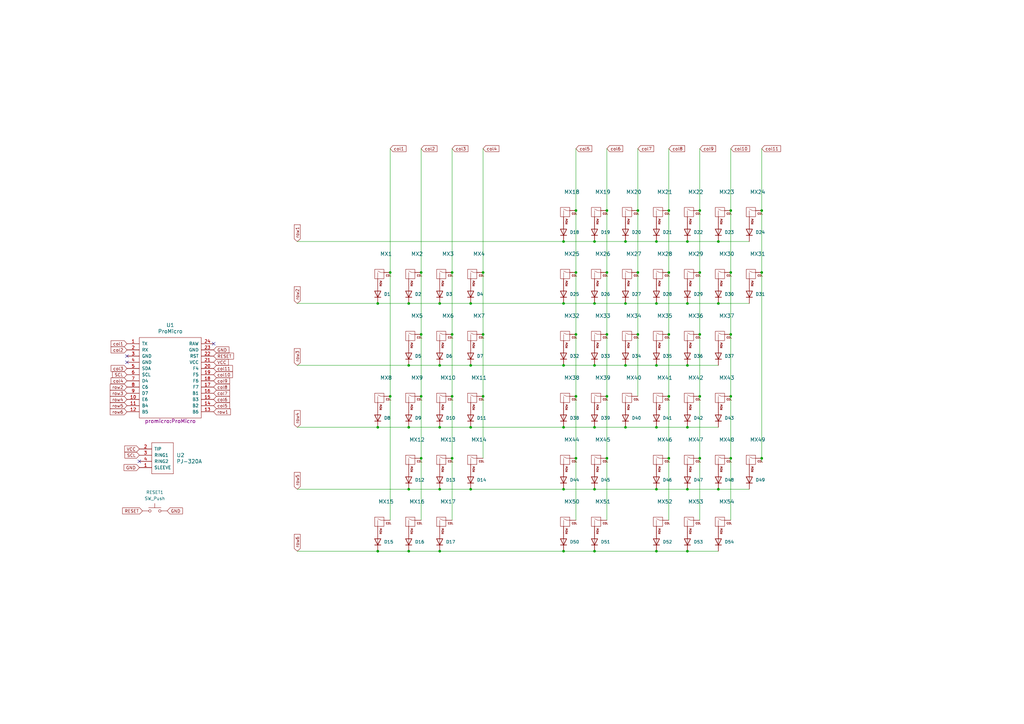
<source format=kicad_sch>
(kicad_sch (version 20230121) (generator eeschema)
  (paper "A3")
  (junction (at 261.62 137.16))
  (junction (at 294.64 124.46))
  (junction (at 269.24 226.06))
  (junction (at 243.84 200.66))
  (junction (at 299.72 162.56))
  (junction (at 236.22 187.96))
  (junction (at 198.12 137.16))
  (junction (at 281.94 175.26))
  (junction (at 231.14 226.06))
  (junction (at 269.24 149.86))
  (junction (at 281.94 200.66))
  (junction (at 248.92 137.16))
  (junction (at 274.32 111.76))
  (junction (at 236.22 162.56))
  (junction (at 180.34 149.86))
  (junction (at 243.84 99.06))
  (junction (at 281.94 149.86))
  (junction (at 172.72 162.56))
  (junction (at 231.14 149.86))
  (junction (at 261.62 86.36))
  (junction (at 180.34 175.26))
  (junction (at 248.92 187.96))
  (junction (at 198.12 111.76))
  (junction (at 274.32 137.16))
  (junction (at 287.02 162.56))
  (junction (at 236.22 111.76))
  (junction (at 299.72 111.76))
  (junction (at 236.22 86.36))
  (junction (at 167.64 226.06))
  (junction (at 269.24 175.26))
  (junction (at 243.84 226.06))
  (junction (at 185.42 111.76))
  (junction (at 287.02 86.36))
  (junction (at 243.84 124.46))
  (junction (at 172.72 187.96))
  (junction (at 299.72 137.16))
  (junction (at 160.02 162.56))
  (junction (at 287.02 111.76))
  (junction (at 287.02 137.16))
  (junction (at 231.14 200.66))
  (junction (at 193.04 149.86))
  (junction (at 160.02 111.76))
  (junction (at 231.14 99.06))
  (junction (at 269.24 200.66))
  (junction (at 172.72 111.76))
  (junction (at 274.32 162.56))
  (junction (at 261.62 111.76))
  (junction (at 287.02 187.96))
  (junction (at 236.22 137.16))
  (junction (at 256.54 99.06))
  (junction (at 198.12 162.56))
  (junction (at 256.54 124.46))
  (junction (at 243.84 149.86))
  (junction (at 312.42 86.36))
  (junction (at 180.34 124.46))
  (junction (at 193.04 124.46))
  (junction (at 281.94 124.46))
  (junction (at 248.92 111.76))
  (junction (at 154.94 124.46))
  (junction (at 294.64 99.06))
  (junction (at 185.42 162.56))
  (junction (at 294.64 200.66))
  (junction (at 180.34 226.06))
  (junction (at 299.72 86.36))
  (junction (at 256.54 149.86))
  (junction (at 231.14 175.26))
  (junction (at 312.42 187.96))
  (junction (at 167.64 149.86))
  (junction (at 248.92 86.36))
  (junction (at 172.72 137.16))
  (junction (at 274.32 86.36))
  (junction (at 154.94 226.06))
  (junction (at 193.04 175.26))
  (junction (at 281.94 99.06))
  (junction (at 256.54 175.26))
  (junction (at 180.34 200.66))
  (junction (at 248.92 162.56))
  (junction (at 269.24 99.06))
  (junction (at 299.72 187.96))
  (junction (at 231.14 124.46))
  (junction (at 154.94 175.26))
  (junction (at 312.42 111.76))
  (junction (at 269.24 124.46))
  (junction (at 167.64 200.66))
  (junction (at 167.64 124.46))
  (junction (at 185.42 137.16))
  (junction (at 185.42 187.96))
  (junction (at 274.32 187.96))
  (junction (at 243.84 175.26))
  (junction (at 167.64 175.26))
  (junction (at 281.94 226.06))
  (junction (at 193.04 200.66))
  (no_connect (at 87.63 140.97))
  (no_connect (at 52.07 148.59))
  (no_connect (at 52.07 146.05))
  (no_connect (at 57.15 189.23))
  (wire (pts (xy 287.02 162.56) (xy 287.02 187.96)))
  (wire (pts (xy 236.22 111.76) (xy 236.22 137.16)))
  (wire (pts (xy 256.54 175.26) (xy 269.24 175.26)))
  (wire (pts (xy 167.64 149.86) (xy 180.34 149.86)))
  (wire (pts (xy 231.14 175.26) (xy 243.84 175.26)))
  (wire (pts (xy 243.84 124.46) (xy 256.54 124.46)))
  (wire (pts (xy 193.04 200.66) (xy 231.14 200.66)))
  (wire (pts (xy 256.54 124.46) (xy 269.24 124.46)))
  (wire (pts (xy 274.32 137.16) (xy 274.32 162.56)))
  (wire (pts (xy 231.14 149.86) (xy 243.84 149.86)))
  (wire (pts (xy 274.32 111.76) (xy 274.32 137.16)))
  (wire (pts (xy 281.94 175.26) (xy 294.64 175.26)))
  (wire (pts (xy 154.94 226.06) (xy 167.64 226.06)))
  (wire (pts (xy 121.92 99.06) (xy 231.14 99.06)))
  (wire (pts (xy 236.22 86.36) (xy 236.22 111.76)))
  (wire (pts (xy 172.72 60.96) (xy 172.72 111.76)))
  (wire (pts (xy 167.64 124.46) (xy 180.34 124.46)))
  (wire (pts (xy 193.04 149.86) (xy 231.14 149.86)))
  (wire (pts (xy 287.02 86.36) (xy 287.02 111.76)))
  (wire (pts (xy 269.24 124.46) (xy 281.94 124.46)))
  (wire (pts (xy 299.72 137.16) (xy 299.72 162.56)))
  (wire (pts (xy 121.92 149.86) (xy 167.64 149.86)))
  (wire (pts (xy 180.34 200.66) (xy 193.04 200.66)))
  (wire (pts (xy 180.34 175.26) (xy 193.04 175.26)))
  (wire (pts (xy 172.72 162.56) (xy 172.72 187.96)))
  (wire (pts (xy 160.02 111.76) (xy 160.02 162.56)))
  (wire (pts (xy 180.34 124.46) (xy 193.04 124.46)))
  (wire (pts (xy 180.34 149.86) (xy 193.04 149.86)))
  (wire (pts (xy 274.32 187.96) (xy 274.32 213.36)))
  (wire (pts (xy 312.42 60.96) (xy 312.42 86.36)))
  (wire (pts (xy 261.62 86.36) (xy 261.62 111.76)))
  (wire (pts (xy 167.64 200.66) (xy 180.34 200.66)))
  (wire (pts (xy 248.92 111.76) (xy 248.92 137.16)))
  (wire (pts (xy 231.14 99.06) (xy 243.84 99.06)))
  (wire (pts (xy 121.92 200.66) (xy 167.64 200.66)))
  (wire (pts (xy 167.64 226.06) (xy 180.34 226.06)))
  (wire (pts (xy 172.72 111.76) (xy 172.72 137.16)))
  (wire (pts (xy 248.92 86.36) (xy 248.92 111.76)))
  (wire (pts (xy 243.84 226.06) (xy 269.24 226.06)))
  (wire (pts (xy 269.24 200.66) (xy 281.94 200.66)))
  (wire (pts (xy 261.62 111.76) (xy 261.62 137.16)))
  (wire (pts (xy 281.94 99.06) (xy 294.64 99.06)))
  (wire (pts (xy 299.72 60.96) (xy 299.72 86.36)))
  (wire (pts (xy 281.94 200.66) (xy 294.64 200.66)))
  (wire (pts (xy 269.24 175.26) (xy 281.94 175.26)))
  (wire (pts (xy 312.42 187.96) (xy 312.42 189.23)))
  (wire (pts (xy 231.14 200.66) (xy 243.84 200.66)))
  (wire (pts (xy 312.42 111.76) (xy 312.42 187.96)))
  (wire (pts (xy 261.62 137.16) (xy 261.62 162.56)))
  (wire (pts (xy 243.84 200.66) (xy 269.24 200.66)))
  (wire (pts (xy 180.34 226.06) (xy 231.14 226.06)))
  (wire (pts (xy 167.64 175.26) (xy 180.34 175.26)))
  (wire (pts (xy 248.92 60.96) (xy 248.92 86.36)))
  (wire (pts (xy 281.94 124.46) (xy 294.64 124.46)))
  (wire (pts (xy 248.92 137.16) (xy 248.92 162.56)))
  (wire (pts (xy 185.42 187.96) (xy 185.42 213.36)))
  (wire (pts (xy 154.94 124.46) (xy 167.64 124.46)))
  (wire (pts (xy 243.84 99.06) (xy 256.54 99.06)))
  (wire (pts (xy 193.04 124.46) (xy 231.14 124.46)))
  (wire (pts (xy 287.02 111.76) (xy 287.02 137.16)))
  (wire (pts (xy 243.84 149.86) (xy 256.54 149.86)))
  (wire (pts (xy 299.72 111.76) (xy 299.72 137.16)))
  (wire (pts (xy 281.94 149.86) (xy 294.64 149.86)))
  (wire (pts (xy 198.12 60.96) (xy 198.12 111.76)))
  (wire (pts (xy 236.22 162.56) (xy 236.22 187.96)))
  (wire (pts (xy 269.24 99.06) (xy 281.94 99.06)))
  (wire (pts (xy 198.12 111.76) (xy 198.12 137.16)))
  (wire (pts (xy 248.92 162.56) (xy 248.92 187.96)))
  (wire (pts (xy 193.04 175.26) (xy 231.14 175.26)))
  (wire (pts (xy 287.02 60.96) (xy 287.02 86.36)))
  (wire (pts (xy 294.64 200.66) (xy 307.34 200.66)))
  (wire (pts (xy 299.72 187.96) (xy 299.72 213.36)))
  (wire (pts (xy 294.64 99.06) (xy 307.34 99.06)))
  (wire (pts (xy 185.42 137.16) (xy 185.42 162.56)))
  (wire (pts (xy 294.64 124.46) (xy 307.34 124.46)))
  (wire (pts (xy 281.94 226.06) (xy 294.64 226.06)))
  (wire (pts (xy 243.84 175.26) (xy 256.54 175.26)))
  (wire (pts (xy 121.92 124.46) (xy 154.94 124.46)))
  (wire (pts (xy 160.02 162.56) (xy 160.02 213.36)))
  (wire (pts (xy 299.72 162.56) (xy 299.72 187.96)))
  (wire (pts (xy 185.42 111.76) (xy 185.42 137.16)))
  (wire (pts (xy 154.94 175.26) (xy 167.64 175.26)))
  (wire (pts (xy 231.14 124.46) (xy 243.84 124.46)))
  (wire (pts (xy 269.24 149.86) (xy 281.94 149.86)))
  (wire (pts (xy 185.42 162.56) (xy 185.42 187.96)))
  (wire (pts (xy 231.14 226.06) (xy 243.84 226.06)))
  (wire (pts (xy 198.12 137.16) (xy 198.12 162.56)))
  (wire (pts (xy 274.32 162.56) (xy 274.32 187.96)))
  (wire (pts (xy 121.92 226.06) (xy 154.94 226.06)))
  (wire (pts (xy 248.92 187.96) (xy 248.92 213.36)))
  (wire (pts (xy 299.72 86.36) (xy 299.72 111.76)))
  (wire (pts (xy 172.72 137.16) (xy 172.72 162.56)))
  (wire (pts (xy 287.02 187.96) (xy 287.02 213.36)))
  (wire (pts (xy 236.22 187.96) (xy 236.22 213.36)))
  (wire (pts (xy 198.12 162.56) (xy 198.12 187.96)))
  (wire (pts (xy 261.62 60.96) (xy 261.62 86.36)))
  (wire (pts (xy 185.42 60.96) (xy 185.42 111.76)))
  (wire (pts (xy 172.72 187.96) (xy 172.72 213.36)))
  (wire (pts (xy 256.54 99.06) (xy 269.24 99.06)))
  (wire (pts (xy 287.02 137.16) (xy 287.02 162.56)))
  (wire (pts (xy 256.54 149.86) (xy 269.24 149.86)))
  (wire (pts (xy 236.22 137.16) (xy 236.22 162.56)))
  (wire (pts (xy 274.32 86.36) (xy 274.32 111.76)))
  (wire (pts (xy 160.02 60.96) (xy 160.02 111.76)))
  (wire (pts (xy 312.42 86.36) (xy 312.42 111.76)))
  (wire (pts (xy 121.92 175.26) (xy 154.94 175.26)))
  (wire (pts (xy 236.22 60.96) (xy 236.22 86.36)))
  (wire (pts (xy 269.24 226.06) (xy 281.94 226.06)))
  (wire (pts (xy 274.32 60.96) (xy 274.32 86.36)))
  (global_label "row4" (shape input) (at 121.92 175.26 90) (property "Intersheetrefs" "${INTERSHEET_REFS}" (effects hide)))
  (global_label "col3" (shape input) (at 185.42 60.96 0) (property "Intersheetrefs" "${INTERSHEET_REFS}" (effects hide)))
  (global_label "col7" (shape input) (at 87.63 161.29 0) (property "Intersheetrefs" "${INTERSHEET_REFS}" (effects hide)))
  (global_label "GND" (shape input) (at 68.58 209.55 0) (property "Intersheetrefs" "${INTERSHEET_REFS}" (effects hide)))
  (global_label "SCL" (shape input) (at 52.07 153.67 180) (property "Intersheetrefs" "${INTERSHEET_REFS}" (effects hide)))
  (global_label "row3" (shape input) (at 52.07 161.29 180) (property "Intersheetrefs" "${INTERSHEET_REFS}" (effects hide)))
  (global_label "col5" (shape input) (at 87.63 166.37 0) (property "Intersheetrefs" "${INTERSHEET_REFS}" (effects hide)))
  (global_label "col9" (shape input) (at 287.02 60.96 0) (property "Intersheetrefs" "${INTERSHEET_REFS}" (effects hide)))
  (global_label "row3" (shape input) (at 121.92 149.86 90) (property "Intersheetrefs" "${INTERSHEET_REFS}" (effects hide)))
  (global_label "row1" (shape input) (at 87.63 168.91 0) (property "Intersheetrefs" "${INTERSHEET_REFS}" (effects hide)))
  (global_label "col7" (shape input) (at 261.62 60.96 0) (property "Intersheetrefs" "${INTERSHEET_REFS}" (effects hide)))
  (global_label "col8" (shape input) (at 274.32 60.96 0) (property "Intersheetrefs" "${INTERSHEET_REFS}" (effects hide)))
  (global_label "col10" (shape input) (at 299.72 60.96 0) (property "Intersheetrefs" "${INTERSHEET_REFS}" (effects hide)))
  (global_label "GND" (shape input) (at 87.63 143.51 0) (property "Intersheetrefs" "${INTERSHEET_REFS}" (effects hide)))
  (global_label "col8" (shape input) (at 87.63 158.75 0) (property "Intersheetrefs" "${INTERSHEET_REFS}" (effects hide)))
  (global_label "row2" (shape input) (at 121.92 124.46 90) (property "Intersheetrefs" "${INTERSHEET_REFS}" (effects hide)))
  (global_label "VCC" (shape input) (at 57.15 184.15 180) (property "Intersheetrefs" "${INTERSHEET_REFS}" (effects hide)))
  (global_label "row5" (shape input) (at 52.07 166.37 180) (property "Intersheetrefs" "${INTERSHEET_REFS}" (effects hide)))
  (global_label "row1" (shape input) (at 121.92 99.06 90) (property "Intersheetrefs" "${INTERSHEET_REFS}" (effects hide)))
  (global_label "col6" (shape input) (at 87.63 163.83 0) (property "Intersheetrefs" "${INTERSHEET_REFS}" (effects hide)))
  (global_label "col5" (shape input) (at 236.22 60.96 0) (property "Intersheetrefs" "${INTERSHEET_REFS}" (effects hide)))
  (global_label "col3" (shape input) (at 52.07 151.13 180) (property "Intersheetrefs" "${INTERSHEET_REFS}" (effects hide)))
  (global_label "GND" (shape input) (at 57.15 191.77 180) (property "Intersheetrefs" "${INTERSHEET_REFS}" (effects hide)))
  (global_label "col2" (shape input) (at 172.72 60.96 0) (property "Intersheetrefs" "${INTERSHEET_REFS}" (effects hide)))
  (global_label "RESET" (shape input) (at 87.63 146.05 0) (property "Intersheetrefs" "${INTERSHEET_REFS}" (effects hide)))
  (global_label "row2" (shape input) (at 52.07 158.75 180) (property "Intersheetrefs" "${INTERSHEET_REFS}" (effects hide)))
  (global_label "row6" (shape input) (at 52.07 168.91 180) (property "Intersheetrefs" "${INTERSHEET_REFS}" (effects hide)))
  (global_label "col6" (shape input) (at 248.92 60.96 0) (property "Intersheetrefs" "${INTERSHEET_REFS}" (effects hide)))
  (global_label "VCC" (shape input) (at 87.63 148.59 0) (property "Intersheetrefs" "${INTERSHEET_REFS}" (effects hide)))
  (global_label "col4" (shape input) (at 198.12 60.96 0) (property "Intersheetrefs" "${INTERSHEET_REFS}" (effects hide)))
  (global_label "col1" (shape input) (at 160.02 60.96 0) (property "Intersheetrefs" "${INTERSHEET_REFS}" (effects hide)))
  (global_label "RESET" (shape input) (at 58.42 209.55 180) (property "Intersheetrefs" "${INTERSHEET_REFS}" (effects hide)))
  (global_label "col4" (shape input) (at 52.07 156.21 180) (property "Intersheetrefs" "${INTERSHEET_REFS}" (effects hide)))
  (global_label "row5" (shape input) (at 121.92 200.66 90) (property "Intersheetrefs" "${INTERSHEET_REFS}" (effects hide)))
  (global_label "row4" (shape input) (at 52.07 163.83 180) (property "Intersheetrefs" "${INTERSHEET_REFS}" (effects hide)))
  (global_label "col2" (shape input) (at 52.07 143.51 180) (property "Intersheetrefs" "${INTERSHEET_REFS}" (effects hide)))
  (global_label "col9" (shape input) (at 87.63 156.21 0) (property "Intersheetrefs" "${INTERSHEET_REFS}" (effects hide)))
  (global_label "row6" (shape input) (at 121.92 226.06 90) (property "Intersheetrefs" "${INTERSHEET_REFS}" (effects hide)))
  (global_label "SCL" (shape input) (at 57.15 186.69 180) (property "Intersheetrefs" "${INTERSHEET_REFS}" (effects hide)))
  (global_label "col11" (shape input) (at 87.63 151.13 0) (property "Intersheetrefs" "${INTERSHEET_REFS}" (effects hide)))
  (global_label "col11" (shape input) (at 312.42 60.96 0) (property "Intersheetrefs" "${INTERSHEET_REFS}" (effects hide)))
  (global_label "col10" (shape input) (at 87.63 153.67 0) (property "Intersheetrefs" "${INTERSHEET_REFS}" (effects hide)))
  (global_label "col1" (shape input) (at 52.07 140.97 180) (property "Intersheetrefs" "${INTERSHEET_REFS}" (effects hide)))
  (symbol (lib_id "Diode:1N4148") (at 243.84 222.25 90) (unit 1)
    (property "Reference" "D51" (at 246.38 222.25 90) (effects (justify right)))
    (property "Value" "1N4148" (effects hide))
    (property "Footprint" "Diode_THT:D_DO-35_SOD27_P7.62mm_Horizontal" (effects hide))
    (property "Datasheet" "https://assets.nexperia.com/documents/data-sheet/1N4148_1N4448.pdf" (effects hide))
    (property "Sim.Device" "D" (effects hide))
    (property "Sim.Pins" "1=K 2=A" (effects hide))
  )
  (symbol (lib_id "Diode:1N4148") (at 294.64 146.05 90) (unit 1)
    (property "Reference" "D37" (at 297.18 146.05 90) (effects (justify right)))
    (property "Value" "1N4148" (effects hide))
    (property "Footprint" "Diode_THT:D_DO-35_SOD27_P7.62mm_Horizontal" (effects hide))
    (property "Datasheet" "https://assets.nexperia.com/documents/data-sheet/1N4148_1N4448.pdf" (effects hide))
    (property "Sim.Device" "D" (effects hide))
    (property "Sim.Pins" "1=K 2=A" (effects hide))
  )
  (symbol (lib_id "MX_Alps_Hybrid:MX-NoLED") (at 181.61 113.03 0) (unit 1)
    (property "Reference" "MX3" (at 183.7632 104.14 0) (effects (font (size 1.524 1.524))))
    (property "Value" "MX-NoLED" (effects hide))
    (property "Footprint" "MX_Only:MXOnly-1U-Hotswap" (effects hide))
  )
  (symbol (lib_id "Diode:1N4148") (at 294.64 120.65 90) (unit 1)
    (property "Reference" "D30" (at 297.18 120.65 90) (effects (justify right)))
    (property "Value" "1N4148" (effects hide))
    (property "Footprint" "Diode_THT:D_DO-35_SOD27_P7.62mm_Horizontal" (effects hide))
    (property "Datasheet" "https://assets.nexperia.com/documents/data-sheet/1N4148_1N4448.pdf" (effects hide))
    (property "Sim.Device" "D" (effects hide))
    (property "Sim.Pins" "1=K 2=A" (effects hide))
  )
  (symbol (lib_id "Diode:1N4148") (at 269.24 196.85 90) (unit 1)
    (property "Reference" "D46" (at 271.78 196.85 90) (effects (justify right)))
    (property "Value" "1N4148" (effects hide))
    (property "Footprint" "Diode_THT:D_DO-35_SOD27_P7.62mm_Horizontal" (effects hide))
    (property "Datasheet" "https://assets.nexperia.com/documents/data-sheet/1N4148_1N4448.pdf" (effects hide))
    (property "Sim.Device" "D" (effects hide))
    (property "Sim.Pins" "1=K 2=A" (effects hide))
  )
  (symbol (lib_id "MX_Alps_Hybrid:MX-NoLED") (at 295.91 214.63 0) (unit 1)
    (property "Reference" "MX54" (at 298.0632 205.74 0) (effects (font (size 1.524 1.524))))
    (property "Value" "MX-NoLED" (effects hide))
    (property "Footprint" "MX_Only:MXOnly-2.25U-Hotswap" (effects hide))
  )
  (symbol (lib_id "MX_Alps_Hybrid:MX-NoLED") (at 270.51 138.43 0) (unit 1)
    (property "Reference" "MX35" (at 272.6632 129.54 0) (effects (font (size 1.524 1.524))))
    (property "Value" "MX-NoLED" (effects hide))
    (property "Footprint" "MX_Only:MXOnly-1U-Hotswap" (effects hide))
  )
  (symbol (lib_id "MX_Alps_Hybrid:MX-NoLED") (at 232.41 113.03 0) (unit 1)
    (property "Reference" "MX25" (at 234.5632 104.14 0) (effects (font (size 1.524 1.524))))
    (property "Value" "MX-NoLED" (effects hide))
    (property "Footprint" "MX_Only:MXOnly-1U-Hotswap" (effects hide))
  )
  (symbol (lib_id "MX_Alps_Hybrid:MX-NoLED") (at 283.21 138.43 0) (unit 1)
    (property "Reference" "MX36" (at 285.3632 129.54 0) (effects (font (size 1.524 1.524))))
    (property "Value" "MX-NoLED" (effects hide))
    (property "Footprint" "MX_Only:MXOnly-1U-Hotswap" (effects hide))
  )
  (symbol (lib_id "MX_Alps_Hybrid:MX-NoLED") (at 257.81 163.83 0) (unit 1)
    (property "Reference" "MX40" (at 259.9632 154.94 0) (effects (font (size 1.524 1.524))))
    (property "Value" "MX-NoLED" (effects hide))
    (property "Footprint" "MX_Only:MXOnly-1U-Hotswap" (effects hide))
  )
  (symbol (lib_id "MX_Alps_Hybrid:MX-NoLED") (at 181.61 163.83 0) (unit 1)
    (property "Reference" "MX10" (at 183.7632 154.94 0) (effects (font (size 1.524 1.524))))
    (property "Value" "MX-NoLED" (effects hide))
    (property "Footprint" "MX_Only:MXOnly-1U-Hotswap" (effects hide))
  )
  (symbol (lib_id "Diode:1N4148") (at 294.64 95.25 90) (unit 1)
    (property "Reference" "D23" (at 297.18 95.25 90) (effects (justify right)))
    (property "Value" "1N4148" (effects hide))
    (property "Footprint" "Diode_THT:D_DO-35_SOD27_P7.62mm_Horizontal" (effects hide))
    (property "Datasheet" "https://assets.nexperia.com/documents/data-sheet/1N4148_1N4448.pdf" (effects hide))
    (property "Sim.Device" "D" (effects hide))
    (property "Sim.Pins" "1=K 2=A" (effects hide))
  )
  (symbol (lib_id "Diode:1N4148") (at 180.34 196.85 90) (unit 1)
    (property "Reference" "D13" (at 182.88 196.85 90) (effects (justify right)))
    (property "Value" "1N4148" (effects hide))
    (property "Footprint" "Diode_THT:D_DO-35_SOD27_P7.62mm_Horizontal" (effects hide))
    (property "Datasheet" "https://assets.nexperia.com/documents/data-sheet/1N4148_1N4448.pdf" (effects hide))
    (property "Sim.Device" "D" (effects hide))
    (property "Sim.Pins" "1=K 2=A" (effects hide))
  )
  (symbol (lib_id "Diode:1N4148") (at 193.04 196.85 90) (unit 1)
    (property "Reference" "D14" (at 195.58 196.85 90) (effects (justify right)))
    (property "Value" "1N4148" (effects hide))
    (property "Footprint" "Diode_THT:D_DO-35_SOD27_P7.62mm_Horizontal" (effects hide))
    (property "Datasheet" "https://assets.nexperia.com/documents/data-sheet/1N4148_1N4448.pdf" (effects hide))
    (property "Sim.Device" "D" (effects hide))
    (property "Sim.Pins" "1=K 2=A" (effects hide))
  )
  (symbol (lib_id "MX_Alps_Hybrid:MX-NoLED") (at 270.51 189.23 0) (unit 1)
    (property "Reference" "MX46" (at 272.6632 180.34 0) (effects (font (size 1.524 1.524))))
    (property "Value" "MX-NoLED" (effects hide))
    (property "Footprint" "MX_Only:MXOnly-1U-Hotswap" (effects hide))
  )
  (symbol (lib_id "Diode:1N4148") (at 167.64 146.05 90) (unit 1)
    (property "Reference" "D5" (at 170.18 146.05 90) (effects (justify right)))
    (property "Value" "1N4148" (effects hide))
    (property "Footprint" "Diode_THT:D_DO-35_SOD27_P7.62mm_Horizontal" (effects hide))
    (property "Datasheet" "https://assets.nexperia.com/documents/data-sheet/1N4148_1N4448.pdf" (effects hide))
    (property "Sim.Device" "D" (effects hide))
    (property "Sim.Pins" "1=K 2=A" (effects hide))
  )
  (symbol (lib_id "Diode:1N4148") (at 281.94 95.25 90) (unit 1)
    (property "Reference" "D22" (at 284.48 95.25 90) (effects (justify right)))
    (property "Value" "1N4148" (effects hide))
    (property "Footprint" "Diode_THT:D_DO-35_SOD27_P7.62mm_Horizontal" (effects hide))
    (property "Datasheet" "https://assets.nexperia.com/documents/data-sheet/1N4148_1N4448.pdf" (effects hide))
    (property "Sim.Device" "D" (effects hide))
    (property "Sim.Pins" "1=K 2=A" (effects hide))
  )
  (symbol (lib_id "Diode:1N4148") (at 243.84 146.05 90) (unit 1)
    (property "Reference" "D33" (at 246.38 146.05 90) (effects (justify right)))
    (property "Value" "1N4148" (effects hide))
    (property "Footprint" "Diode_THT:D_DO-35_SOD27_P7.62mm_Horizontal" (effects hide))
    (property "Datasheet" "https://assets.nexperia.com/documents/data-sheet/1N4148_1N4448.pdf" (effects hide))
    (property "Sim.Device" "D" (effects hide))
    (property "Sim.Pins" "1=K 2=A" (effects hide))
  )
  (symbol (lib_id "MX_Alps_Hybrid:MX-NoLED") (at 168.91 214.63 0) (unit 1)
    (property "Reference" "MX16" (at 171.0632 205.74 0) (effects (font (size 1.524 1.524))))
    (property "Value" "MX-NoLED" (effects hide))
    (property "Footprint" "MX_Only:MXOnly-1U-Hotswap" (effects hide))
  )
  (symbol (lib_id "MX_Alps_Hybrid:MX-NoLED") (at 232.41 189.23 0) (unit 1)
    (property "Reference" "MX44" (at 234.5632 180.34 0) (effects (font (size 1.524 1.524))))
    (property "Value" "MX-NoLED" (effects hide))
    (property "Footprint" "MX_Only:MXOnly-2.25U-Hotswap" (effects hide))
  )
  (symbol (lib_id "Diode:1N4148") (at 294.64 196.85 90) (unit 1)
    (property "Reference" "D48" (at 297.18 196.85 90) (effects (justify right)))
    (property "Value" "1N4148" (effects hide))
    (property "Footprint" "Diode_THT:D_DO-35_SOD27_P7.62mm_Horizontal" (effects hide))
    (property "Datasheet" "https://assets.nexperia.com/documents/data-sheet/1N4148_1N4448.pdf" (effects hide))
    (property "Sim.Device" "D" (effects hide))
    (property "Sim.Pins" "1=K 2=A" (effects hide))
  )
  (symbol (lib_id "MX_Alps_Hybrid:MX-NoLED") (at 257.81 113.03 0) (unit 1)
    (property "Reference" "MX27" (at 259.9632 104.14 0) (effects (font (size 1.524 1.524))))
    (property "Value" "MX-NoLED" (effects hide))
    (property "Footprint" "MX_Only:MXOnly-1U-Hotswap" (effects hide))
  )
  (symbol (lib_id "MX_Alps_Hybrid:MX-NoLED") (at 181.61 138.43 0) (unit 1)
    (property "Reference" "MX6" (at 183.7632 129.54 0) (effects (font (size 1.524 1.524))))
    (property "Value" "MX-NoLED" (effects hide))
    (property "Footprint" "MX_Only:MXOnly-1U-Hotswap" (effects hide))
  )
  (symbol (lib_id "Diode:1N4148") (at 307.34 95.25 90) (unit 1)
    (property "Reference" "D24" (at 309.88 95.25 90) (effects (justify right)))
    (property "Value" "1N4148" (effects hide))
    (property "Footprint" "Diode_THT:D_DO-35_SOD27_P7.62mm_Horizontal" (effects hide))
    (property "Datasheet" "https://assets.nexperia.com/documents/data-sheet/1N4148_1N4448.pdf" (effects hide))
    (property "Sim.Device" "D" (effects hide))
    (property "Sim.Pins" "1=K 2=A" (effects hide))
  )
  (symbol (lib_id "promicro:ProMicro") (at 69.85 160.02 0) (unit 1)
    (property "Reference" "U1" (at 69.85 133.35 0) (effects (font (size 1.524 1.524))))
    (property "Value" "ProMicro" (at 69.85 135.89 0) (effects (font (size 1.524 1.524))))
    (property "Footprint" "promicro:ProMicro" (at 69.85 172.72 0) (effects (font (size 1.524 1.524))))
  )
  (symbol (lib_id "Diode:1N4148") (at 167.64 222.25 90) (unit 1)
    (property "Reference" "D16" (at 170.18 222.25 90) (effects (justify right)))
    (property "Value" "1N4148" (effects hide))
    (property "Footprint" "Diode_THT:D_DO-35_SOD27_P7.62mm_Horizontal" (effects hide))
    (property "Datasheet" "https://assets.nexperia.com/documents/data-sheet/1N4148_1N4448.pdf" (effects hide))
    (property "Sim.Device" "D" (effects hide))
    (property "Sim.Pins" "1=K 2=A" (effects hide))
  )
  (symbol (lib_id "MX_Alps_Hybrid:MX-NoLED") (at 245.11 87.63 0) (unit 1)
    (property "Reference" "MX19" (at 247.2632 78.74 0) (effects (font (size 1.524 1.524))))
    (property "Value" "MX-NoLED" (effects hide))
    (property "Footprint" "MX_Only:MXOnly-1U-Hotswap" (effects hide))
  )
  (symbol (lib_id "MX_Alps_Hybrid:MX-NoLED") (at 257.81 87.63 0) (unit 1)
    (property "Reference" "MX20" (at 259.9632 78.74 0) (effects (font (size 1.524 1.524))))
    (property "Value" "MX-NoLED" (effects hide))
    (property "Footprint" "MX_Only:MXOnly-1U-Hotswap" (effects hide))
  )
  (symbol (lib_id "MX_Alps_Hybrid:MX-NoLED") (at 270.51 113.03 0) (unit 1)
    (property "Reference" "MX28" (at 272.6632 104.14 0) (effects (font (size 1.524 1.524))))
    (property "Value" "MX-NoLED" (effects hide))
    (property "Footprint" "MX_Only:MXOnly-1U-Hotswap" (effects hide))
  )
  (symbol (lib_id "Diode:1N4148") (at 243.84 171.45 90) (unit 1)
    (property "Reference" "D39" (at 246.38 171.45 90) (effects (justify right)))
    (property "Value" "1N4148" (effects hide))
    (property "Footprint" "Diode_THT:D_DO-35_SOD27_P7.62mm_Horizontal" (effects hide))
    (property "Datasheet" "https://assets.nexperia.com/documents/data-sheet/1N4148_1N4448.pdf" (effects hide))
    (property "Sim.Device" "D" (effects hide))
    (property "Sim.Pins" "1=K 2=A" (effects hide))
  )
  (symbol (lib_id "Diode:1N4148") (at 167.64 120.65 90) (unit 1)
    (property "Reference" "D2" (at 170.18 120.65 90) (effects (justify right)))
    (property "Value" "1N4148" (effects hide))
    (property "Footprint" "Diode_THT:D_DO-35_SOD27_P7.62mm_Horizontal" (effects hide))
    (property "Datasheet" "https://assets.nexperia.com/documents/data-sheet/1N4148_1N4448.pdf" (effects hide))
    (property "Sim.Device" "D" (effects hide))
    (property "Sim.Pins" "1=K 2=A" (effects hide))
  )
  (symbol (lib_id "Diode:1N4148") (at 294.64 171.45 90) (unit 1)
    (property "Reference" "D43" (at 297.18 171.45 90) (effects (justify right)))
    (property "Value" "1N4148" (effects hide))
    (property "Footprint" "Diode_THT:D_DO-35_SOD27_P7.62mm_Horizontal" (effects hide))
    (property "Datasheet" "https://assets.nexperia.com/documents/data-sheet/1N4148_1N4448.pdf" (effects hide))
    (property "Sim.Device" "D" (effects hide))
    (property "Sim.Pins" "1=K 2=A" (effects hide))
  )
  (symbol (lib_id "MX_Alps_Hybrid:MX-NoLED") (at 168.91 163.83 0) (unit 1)
    (property "Reference" "MX9" (at 171.0632 154.94 0) (effects (font (size 1.524 1.524))))
    (property "Value" "MX-NoLED" (effects hide))
    (property "Footprint" "MX_Only:MXOnly-1U-Hotswap" (effects hide))
  )
  (symbol (lib_id "Diode:1N4148") (at 193.04 120.65 90) (unit 1)
    (property "Reference" "D4" (at 195.58 120.65 90) (effects (justify right)))
    (property "Value" "1N4148" (effects hide))
    (property "Footprint" "Diode_THT:D_DO-35_SOD27_P7.62mm_Horizontal" (effects hide))
    (property "Datasheet" "https://assets.nexperia.com/documents/data-sheet/1N4148_1N4448.pdf" (effects hide))
    (property "Sim.Device" "D" (effects hide))
    (property "Sim.Pins" "1=K 2=A" (effects hide))
  )
  (symbol (lib_id "MX_Alps_Hybrid:MX-NoLED") (at 156.21 163.83 0) (unit 1)
    (property "Reference" "MX8" (at 158.3632 154.94 0) (effects (font (size 1.524 1.524))))
    (property "Value" "MX-NoLED" (effects hide))
    (property "Footprint" "MX_Only:MXOnly-2U-Hotswap-VerticalStabilizers" (effects hide))
  )
  (symbol (lib_id "MX_Alps_Hybrid:MX-NoLED") (at 295.91 138.43 0) (unit 1)
    (property "Reference" "MX37" (at 298.0632 129.54 0) (effects (font (size 1.524 1.524))))
    (property "Value" "MX-NoLED" (effects hide))
    (property "Footprint" "MX_Only:MXOnly-1U-Hotswap" (effects hide))
  )
  (symbol (lib_id "Diode:1N4148") (at 243.84 95.25 90) (unit 1)
    (property "Reference" "D19" (at 246.38 95.25 90) (effects (justify right)))
    (property "Value" "1N4148" (effects hide))
    (property "Footprint" "Diode_THT:D_DO-35_SOD27_P7.62mm_Horizontal" (effects hide))
    (property "Datasheet" "https://assets.nexperia.com/documents/data-sheet/1N4148_1N4448.pdf" (effects hide))
    (property "Sim.Device" "D" (effects hide))
    (property "Sim.Pins" "1=K 2=A" (effects hide))
  )
  (symbol (lib_id "TRRS-PJ-320A:PJ-320A") (at 66.04 194.31 0) (unit 1)
    (property "Reference" "U2" (at 72.39 186.69 0) (effects (font (size 1.524 1.524)) (justify left)))
    (property "Value" "PJ-320A" (at 72.39 189.23 0) (effects (font (size 1.524 1.524)) (justify left)))
    (property "Footprint" "pj320:TRRS-PJ-320A" (effects hide))
  )
  (symbol (lib_id "Diode:1N4148") (at 231.14 196.85 90) (unit 1)
    (property "Reference" "D44" (at 233.68 196.85 90) (effects (justify right)))
    (property "Value" "1N4148" (effects hide))
    (property "Footprint" "Diode_THT:D_DO-35_SOD27_P7.62mm_Horizontal" (effects hide))
    (property "Datasheet" "https://assets.nexperia.com/documents/data-sheet/1N4148_1N4448.pdf" (effects hide))
    (property "Sim.Device" "D" (effects hide))
    (property "Sim.Pins" "1=K 2=A" (effects hide))
  )
  (symbol (lib_id "Switch:SW_Push") (at 63.5 209.55 0) (unit 1)
    (property "Reference" "RESET1" (at 63.5 201.93 0))
    (property "Value" "SW_Push" (at 63.5 204.47 0))
    (property "Footprint" "reset:ResetSW_4P" (effects hide))
  )
  (symbol (lib_id "MX_Alps_Hybrid:MX-NoLED") (at 194.31 113.03 0) (unit 1)
    (property "Reference" "MX4" (at 196.4632 104.14 0) (effects (font (size 1.524 1.524))))
    (property "Value" "MX-NoLED" (effects hide))
    (property "Footprint" "MX_Only:MXOnly-1U-Hotswap" (effects hide))
  )
  (symbol (lib_id "Diode:1N4148") (at 269.24 222.25 90) (unit 1)
    (property "Reference" "D52" (at 271.78 222.25 90) (effects (justify right)))
    (property "Value" "1N4148" (effects hide))
    (property "Footprint" "Diode_THT:D_DO-35_SOD27_P7.62mm_Horizontal" (effects hide))
    (property "Datasheet" "https://assets.nexperia.com/documents/data-sheet/1N4148_1N4448.pdf" (effects hide))
    (property "Sim.Device" "D" (effects hide))
    (property "Sim.Pins" "1=K 2=A" (effects hide))
  )
  (symbol (lib_id "Diode:1N4148") (at 281.94 196.85 90) (unit 1)
    (property "Reference" "D47" (at 284.48 196.85 90) (effects (justify right)))
    (property "Value" "1N4148" (effects hide))
    (property "Footprint" "Diode_THT:D_DO-35_SOD27_P7.62mm_Horizontal" (effects hide))
    (property "Datasheet" "https://assets.nexperia.com/documents/data-sheet/1N4148_1N4448.pdf" (effects hide))
    (property "Sim.Device" "D" (effects hide))
    (property "Sim.Pins" "1=K 2=A" (effects hide))
  )
  (symbol (lib_id "Diode:1N4148") (at 154.94 120.65 90) (unit 1)
    (property "Reference" "D1" (at 157.48 120.65 90) (effects (justify right)))
    (property "Value" "1N4148" (effects hide))
    (property "Footprint" "Diode_THT:D_DO-35_SOD27_P7.62mm_Horizontal" (effects hide))
    (property "Datasheet" "https://assets.nexperia.com/documents/data-sheet/1N4148_1N4448.pdf" (effects hide))
    (property "Sim.Device" "D" (effects hide))
    (property "Sim.Pins" "1=K 2=A" (effects hide))
  )
  (symbol (lib_id "MX_Alps_Hybrid:MX-NoLED") (at 245.11 138.43 0) (unit 1)
    (property "Reference" "MX33" (at 247.2632 129.54 0) (effects (font (size 1.524 1.524))))
    (property "Value" "MX-NoLED" (effects hide))
    (property "Footprint" "MX_Only:MXOnly-1U-Hotswap" (effects hide))
  )
  (symbol (lib_id "MX_Alps_Hybrid:MX-NoLED") (at 232.41 214.63 0) (unit 1)
    (property "Reference" "MX50" (at 234.5632 205.74 0) (effects (font (size 1.524 1.524))))
    (property "Value" "MX-NoLED" (effects hide))
    (property "Footprint" "MX_Only:MXOnly-1.25U-Hotswap" (effects hide))
  )
  (symbol (lib_id "Diode:1N4148") (at 167.64 171.45 90) (unit 1)
    (property "Reference" "D9" (at 170.18 171.45 90) (effects (justify right)))
    (property "Value" "1N4148" (effects hide))
    (property "Footprint" "Diode_THT:D_DO-35_SOD27_P7.62mm_Horizontal" (effects hide))
    (property "Datasheet" "https://assets.nexperia.com/documents/data-sheet/1N4148_1N4448.pdf" (effects hide))
    (property "Sim.Device" "D" (effects hide))
    (property "Sim.Pins" "1=K 2=A" (effects hide))
  )
  (symbol (lib_id "Diode:1N4148") (at 281.94 146.05 90) (unit 1)
    (property "Reference" "D36" (at 284.48 146.05 90) (effects (justify right)))
    (property "Value" "1N4148" (effects hide))
    (property "Footprint" "Diode_THT:D_DO-35_SOD27_P7.62mm_Horizontal" (effects hide))
    (property "Datasheet" "https://assets.nexperia.com/documents/data-sheet/1N4148_1N4448.pdf" (effects hide))
    (property "Sim.Device" "D" (effects hide))
    (property "Sim.Pins" "1=K 2=A" (effects hide))
  )
  (symbol (lib_id "MX_Alps_Hybrid:MX-NoLED") (at 283.21 87.63 0) (unit 1)
    (property "Reference" "MX22" (at 285.3632 78.74 0) (effects (font (size 1.524 1.524))))
    (property "Value" "MX-NoLED" (effects hide))
    (property "Footprint" "MX_Only:MXOnly-1U-Hotswap" (effects hide))
  )
  (symbol (lib_id "MX_Alps_Hybrid:MX-NoLED") (at 308.61 189.23 0) (unit 1)
    (property "Reference" "MX49" (at 310.7632 180.34 0) (effects (font (size 1.524 1.524))))
    (property "Value" "MX-NoLED" (effects hide))
    (property "Footprint" "MX_Only:MXOnly-1U-Hotswap" (effects hide))
  )
  (symbol (lib_id "Diode:1N4148") (at 281.94 222.25 90) (unit 1)
    (property "Reference" "D53" (at 284.48 222.25 90) (effects (justify right)))
    (property "Value" "1N4148" (effects hide))
    (property "Footprint" "Diode_THT:D_DO-35_SOD27_P7.62mm_Horizontal" (effects hide))
    (property "Datasheet" "https://assets.nexperia.com/documents/data-sheet/1N4148_1N4448.pdf" (effects hide))
    (property "Sim.Device" "D" (effects hide))
    (property "Sim.Pins" "1=K 2=A" (effects hide))
  )
  (symbol (lib_id "MX_Alps_Hybrid:MX-NoLED") (at 295.91 163.83 0) (unit 1)
    (property "Reference" "MX43" (at 298.0632 154.94 0) (effects (font (size 1.524 1.524))))
    (property "Value" "MX-NoLED" (effects hide))
    (property "Footprint" "MX_Only:MXOnly-1U-Hotswap" (effects hide))
  )
  (symbol (lib_id "MX_Alps_Hybrid:MX-NoLED") (at 194.31 163.83 0) (unit 1)
    (property "Reference" "MX11" (at 196.4632 154.94 0) (effects (font (size 1.524 1.524))))
    (property "Value" "MX-NoLED" (effects hide))
    (property "Footprint" "MX_Only:MXOnly-1U-Hotswap" (effects hide))
  )
  (symbol (lib_id "Diode:1N4148") (at 269.24 146.05 90) (unit 1)
    (property "Reference" "D35" (at 271.78 146.05 90) (effects (justify right)))
    (property "Value" "1N4148" (effects hide))
    (property "Footprint" "Diode_THT:D_DO-35_SOD27_P7.62mm_Horizontal" (effects hide))
    (property "Datasheet" "https://assets.nexperia.com/documents/data-sheet/1N4148_1N4448.pdf" (effects hide))
    (property "Sim.Device" "D" (effects hide))
    (property "Sim.Pins" "1=K 2=A" (effects hide))
  )
  (symbol (lib_id "Diode:1N4148") (at 307.34 120.65 90) (unit 1)
    (property "Reference" "D31" (at 309.88 120.65 90) (effects (justify right)))
    (property "Value" "1N4148" (effects hide))
    (property "Footprint" "Diode_THT:D_DO-35_SOD27_P7.62mm_Horizontal" (effects hide))
    (property "Datasheet" "https://assets.nexperia.com/documents/data-sheet/1N4148_1N4448.pdf" (effects hide))
    (property "Sim.Device" "D" (effects hide))
    (property "Sim.Pins" "1=K 2=A" (effects hide))
  )
  (symbol (lib_id "Diode:1N4148") (at 269.24 95.25 90) (unit 1)
    (property "Reference" "D21" (at 271.78 95.25 90) (effects (justify right)))
    (property "Value" "1N4148" (effects hide))
    (property "Footprint" "Diode_THT:D_DO-35_SOD27_P7.62mm_Horizontal" (effects hide))
    (property "Datasheet" "https://assets.nexperia.com/documents/data-sheet/1N4148_1N4448.pdf" (effects hide))
    (property "Sim.Device" "D" (effects hide))
    (property "Sim.Pins" "1=K 2=A" (effects hide))
  )
  (symbol (lib_id "MX_Alps_Hybrid:MX-NoLED") (at 194.31 189.23 0) (unit 1)
    (property "Reference" "MX14" (at 196.4632 180.34 0) (effects (font (size 1.524 1.524))))
    (property "Value" "MX-NoLED" (effects hide))
    (property "Footprint" "MX_Only:MXOnly-1U-Hotswap" (effects hide))
  )
  (symbol (lib_id "MX_Alps_Hybrid:MX-NoLED") (at 168.91 113.03 0) (unit 1)
    (property "Reference" "MX2" (at 171.0632 104.14 0) (effects (font (size 1.524 1.524))))
    (property "Value" "MX-NoLED" (effects hide))
    (property "Footprint" "MX_Only:MXOnly-1U-Hotswap" (effects hide))
  )
  (symbol (lib_id "MX_Alps_Hybrid:MX-NoLED") (at 295.91 87.63 0) (unit 1)
    (property "Reference" "MX23" (at 298.0632 78.74 0) (effects (font (size 1.524 1.524))))
    (property "Value" "MX-NoLED" (effects hide))
    (property "Footprint" "MX_Only:MXOnly-1U-Hotswap" (effects hide))
  )
  (symbol (lib_id "MX_Alps_Hybrid:MX-NoLED") (at 283.21 163.83 0) (unit 1)
    (property "Reference" "MX42" (at 285.3632 154.94 0) (effects (font (size 1.524 1.524))))
    (property "Value" "MX-NoLED" (effects hide))
    (property "Footprint" "MX_Only:MXOnly-1U-Hotswap" (effects hide))
  )
  (symbol (lib_id "Diode:1N4148") (at 231.14 171.45 90) (unit 1)
    (property "Reference" "D38" (at 233.68 171.45 90) (effects (justify right)))
    (property "Value" "1N4148" (effects hide))
    (property "Footprint" "Diode_THT:D_DO-35_SOD27_P7.62mm_Horizontal" (effects hide))
    (property "Datasheet" "https://assets.nexperia.com/documents/data-sheet/1N4148_1N4448.pdf" (effects hide))
    (property "Sim.Device" "D" (effects hide))
    (property "Sim.Pins" "1=K 2=A" (effects hide))
  )
  (symbol (lib_id "MX_Alps_Hybrid:MX-NoLED") (at 283.21 214.63 0) (unit 1)
    (property "Reference" "MX53" (at 285.3632 205.74 0) (effects (font (size 1.524 1.524))))
    (property "Value" "MX-NoLED" (effects hide))
    (property "Footprint" "MX_Only:MXOnly-1.25U-Hotswap" (effects hide))
  )
  (symbol (lib_id "MX_Alps_Hybrid:MX-NoLED") (at 308.61 113.03 0) (unit 1)
    (property "Reference" "MX31" (at 310.7632 104.14 0) (effects (font (size 1.524 1.524))))
    (property "Value" "MX-NoLED" (effects hide))
    (property "Footprint" "MX_Only:MXOnly-1U-Hotswap" (effects hide))
  )
  (symbol (lib_id "Diode:1N4148") (at 154.94 222.25 90) (unit 1)
    (property "Reference" "D15" (at 157.48 222.25 90) (effects (justify right)))
    (property "Value" "1N4148" (effects hide))
    (property "Footprint" "Diode_THT:D_DO-35_SOD27_P7.62mm_Horizontal" (effects hide))
    (property "Datasheet" "https://assets.nexperia.com/documents/data-sheet/1N4148_1N4448.pdf" (effects hide))
    (property "Sim.Device" "D" (effects hide))
    (property "Sim.Pins" "1=K 2=A" (effects hide))
  )
  (symbol (lib_id "MX_Alps_Hybrid:MX-NoLED") (at 270.51 214.63 0) (unit 1)
    (property "Reference" "MX52" (at 272.6632 205.74 0) (effects (font (size 1.524 1.524))))
    (property "Value" "MX-NoLED" (effects hide))
    (property "Footprint" "MX_Only:MXOnly-1.25U-Hotswap" (effects hide))
  )
  (symbol (lib_id "MX_Alps_Hybrid:MX-NoLED") (at 295.91 189.23 0) (unit 1)
    (property "Reference" "MX48" (at 298.0632 180.34 0) (effects (font (size 1.524 1.524))))
    (property "Value" "MX-NoLED" (effects hide))
    (property "Footprint" "MX_Only:MXOnly-1U-Hotswap" (effects hide))
  )
  (symbol (lib_id "Diode:1N4148") (at 180.34 120.65 90) (unit 1)
    (property "Reference" "D3" (at 182.88 120.65 90) (effects (justify right)))
    (property "Value" "1N4148" (effects hide))
    (property "Footprint" "Diode_THT:D_DO-35_SOD27_P7.62mm_Horizontal" (effects hide))
    (property "Datasheet" "https://assets.nexperia.com/documents/data-sheet/1N4148_1N4448.pdf" (effects hide))
    (property "Sim.Device" "D" (effects hide))
    (property "Sim.Pins" "1=K 2=A" (effects hide))
  )
  (symbol (lib_id "MX_Alps_Hybrid:MX-NoLED") (at 257.81 138.43 0) (unit 1)
    (property "Reference" "MX34" (at 259.9632 129.54 0) (effects (font (size 1.524 1.524))))
    (property "Value" "MX-NoLED" (effects hide))
    (property "Footprint" "MX_Only:MXOnly-1U-Hotswap" (effects hide))
  )
  (symbol (lib_id "Diode:1N4148") (at 307.34 196.85 90) (unit 1)
    (property "Reference" "D49" (at 309.88 196.85 90) (effects (justify right)))
    (property "Value" "1N4148" (effects hide))
    (property "Footprint" "Diode_THT:D_DO-35_SOD27_P7.62mm_Horizontal" (effects hide))
    (property "Datasheet" "https://assets.nexperia.com/documents/data-sheet/1N4148_1N4448.pdf" (effects hide))
    (property "Sim.Device" "D" (effects hide))
    (property "Sim.Pins" "1=K 2=A" (effects hide))
  )
  (symbol (lib_id "Diode:1N4148") (at 281.94 171.45 90) (unit 1)
    (property "Reference" "D42" (at 284.48 171.45 90) (effects (justify right)))
    (property "Value" "1N4148" (effects hide))
    (property "Footprint" "Diode_THT:D_DO-35_SOD27_P7.62mm_Horizontal" (effects hide))
    (property "Datasheet" "https://assets.nexperia.com/documents/data-sheet/1N4148_1N4448.pdf" (effects hide))
    (property "Sim.Device" "D" (effects hide))
    (property "Sim.Pins" "1=K 2=A" (effects hide))
  )
  (symbol (lib_id "Diode:1N4148") (at 167.64 196.85 90) (unit 1)
    (property "Reference" "D12" (at 170.18 196.85 90) (effects (justify right)))
    (property "Value" "1N4148" (effects hide))
    (property "Footprint" "Diode_THT:D_DO-35_SOD27_P7.62mm_Horizontal" (effects hide))
    (property "Datasheet" "https://assets.nexperia.com/documents/data-sheet/1N4148_1N4448.pdf" (effects hide))
    (property "Sim.Device" "D" (effects hide))
    (property "Sim.Pins" "1=K 2=A" (effects hide))
  )
  (symbol (lib_id "MX_Alps_Hybrid:MX-NoLED") (at 232.41 138.43 0) (unit 1)
    (property "Reference" "MX32" (at 234.5632 129.54 0) (effects (font (size 1.524 1.524))))
    (property "Value" "MX-NoLED" (effects hide))
    (property "Footprint" "MX_Only:MXOnly-1.5U-Hotswap" (effects hide))
  )
  (symbol (lib_id "Diode:1N4148") (at 231.14 222.25 90) (unit 1)
    (property "Reference" "D50" (at 233.68 222.25 90) (effects (justify right)))
    (property "Value" "1N4148" (effects hide))
    (property "Footprint" "Diode_THT:D_DO-35_SOD27_P7.62mm_Horizontal" (effects hide))
    (property "Datasheet" "https://assets.nexperia.com/documents/data-sheet/1N4148_1N4448.pdf" (effects hide))
    (property "Sim.Device" "D" (effects hide))
    (property "Sim.Pins" "1=K 2=A" (effects hide))
  )
  (symbol (lib_id "Diode:1N4148") (at 243.84 120.65 90) (unit 1)
    (property "Reference" "D26" (at 246.38 120.65 90) (effects (justify right)))
    (property "Value" "1N4148" (effects hide))
    (property "Footprint" "Diode_THT:D_DO-35_SOD27_P7.62mm_Horizontal" (effects hide))
    (property "Datasheet" "https://assets.nexperia.com/documents/data-sheet/1N4148_1N4448.pdf" (effects hide))
    (property "Sim.Device" "D" (effects hide))
    (property "Sim.Pins" "1=K 2=A" (effects hide))
  )
  (symbol (lib_id "Diode:1N4148") (at 193.04 146.05 90) (unit 1)
    (property "Reference" "D7" (at 195.58 146.05 90) (effects (justify right)))
    (property "Value" "1N4148" (effects hide))
    (property "Footprint" "Diode_THT:D_DO-35_SOD27_P7.62mm_Horizontal" (effects hide))
    (property "Datasheet" "https://assets.nexperia.com/documents/data-sheet/1N4148_1N4448.pdf" (effects hide))
    (property "Sim.Device" "D" (effects hide))
    (property "Sim.Pins" "1=K 2=A" (effects hide))
  )
  (symbol (lib_id "MX_Alps_Hybrid:MX-NoLED") (at 295.91 113.03 0) (unit 1)
    (property "Reference" "MX30" (at 298.0632 104.14 0) (effects (font (size 1.524 1.524))))
    (property "Value" "MX-NoLED" (effects hide))
    (property "Footprint" "MX_Only:MXOnly-1U-Hotswap" (effects hide))
  )
  (symbol (lib_id "MX_Alps_Hybrid:MX-NoLED") (at 270.51 87.63 0) (unit 1)
    (property "Reference" "MX21" (at 272.6632 78.74 0) (effects (font (size 1.524 1.524))))
    (property "Value" "MX-NoLED" (effects hide))
    (property "Footprint" "MX_Only:MXOnly-1U-Hotswap" (effects hide))
  )
  (symbol (lib_id "Diode:1N4148") (at 180.34 146.05 90) (unit 1)
    (property "Reference" "D6" (at 182.88 146.05 90) (effects (justify right)))
    (property "Value" "1N4148" (effects hide))
    (property "Footprint" "Diode_THT:D_DO-35_SOD27_P7.62mm_Horizontal" (effects hide))
    (property "Datasheet" "https://assets.nexperia.com/documents/data-sheet/1N4148_1N4448.pdf" (effects hide))
    (property "Sim.Device" "D" (effects hide))
    (property "Sim.Pins" "1=K 2=A" (effects hide))
  )
  (symbol (lib_id "Diode:1N4148") (at 256.54 146.05 90) (unit 1)
    (property "Reference" "D34" (at 259.08 146.05 90) (effects (justify right)))
    (property "Value" "1N4148" (effects hide))
    (property "Footprint" "Diode_THT:D_DO-35_SOD27_P7.62mm_Horizontal" (effects hide))
    (property "Datasheet" "https://assets.nexperia.com/documents/data-sheet/1N4148_1N4448.pdf" (effects hide))
    (property "Sim.Device" "D" (effects hide))
    (property "Sim.Pins" "1=K 2=A" (effects hide))
  )
  (symbol (lib_id "MX_Alps_Hybrid:MX-NoLED") (at 168.91 189.23 0) (unit 1)
    (property "Reference" "MX12" (at 171.0632 180.34 0) (effects (font (size 1.524 1.524))))
    (property "Value" "MX-NoLED" (effects hide))
    (property "Footprint" "MX_Only:MXOnly-1U-Hotswap" (effects hide))
  )
  (symbol (lib_id "MX_Alps_Hybrid:MX-NoLED") (at 308.61 87.63 0) (unit 1)
    (property "Reference" "MX24" (at 310.7632 78.74 0) (effects (font (size 1.524 1.524))))
    (property "Value" "MX-NoLED" (effects hide))
    (property "Footprint" "MX_Only:MXOnly-1U-Hotswap" (effects hide))
  )
  (symbol (lib_id "Diode:1N4148") (at 154.94 171.45 90) (unit 1)
    (property "Reference" "D8" (at 157.48 171.45 90) (effects (justify right)))
    (property "Value" "1N4148" (effects hide))
    (property "Footprint" "Diode_THT:D_DO-35_SOD27_P7.62mm_Horizontal" (effects hide))
    (property "Datasheet" "https://assets.nexperia.com/documents/data-sheet/1N4148_1N4448.pdf" (effects hide))
    (property "Sim.Device" "D" (effects hide))
    (property "Sim.Pins" "1=K 2=A" (effects hide))
  )
  (symbol (lib_id "Diode:1N4148") (at 231.14 120.65 90) (unit 1)
    (property "Reference" "D25" (at 233.68 120.65 90) (effects (justify right)))
    (property "Value" "1N4148" (effects hide))
    (property "Footprint" "Diode_THT:D_DO-35_SOD27_P7.62mm_Horizontal" (effects hide))
    (property "Datasheet" "https://assets.nexperia.com/documents/data-sheet/1N4148_1N4448.pdf" (effects hide))
    (property "Sim.Device" "D" (effects hide))
    (property "Sim.Pins" "1=K 2=A" (effects hide))
  )
  (symbol (lib_id "MX_Alps_Hybrid:MX-NoLED") (at 194.31 138.43 0) (unit 1)
    (property "Reference" "MX7" (at 196.4632 129.54 0) (effects (font (size 1.524 1.524))))
    (property "Value" "MX-NoLED" (effects hide))
    (property "Footprint" "MX_Only:MXOnly-1U-Hotswap" (effects hide))
  )
  (symbol (lib_id "Diode:1N4148") (at 180.34 222.25 90) (unit 1)
    (property "Reference" "D17" (at 182.88 222.25 90) (effects (justify right)))
    (property "Value" "1N4148" (effects hide))
    (property "Footprint" "Diode_THT:D_DO-35_SOD27_P7.62mm_Horizontal" (effects hide))
    (property "Datasheet" "https://assets.nexperia.com/documents/data-sheet/1N4148_1N4448.pdf" (effects hide))
    (property "Sim.Device" "D" (effects hide))
    (property "Sim.Pins" "1=K 2=A" (effects hide))
  )
  (symbol (lib_id "Diode:1N4148") (at 269.24 171.45 90) (unit 1)
    (property "Reference" "D41" (at 271.78 171.45 90) (effects (justify right)))
    (property "Value" "1N4148" (effects hide))
    (property "Footprint" "Diode_THT:D_DO-35_SOD27_P7.62mm_Horizontal" (effects hide))
    (property "Datasheet" "https://assets.nexperia.com/documents/data-sheet/1N4148_1N4448.pdf" (effects hide))
    (property "Sim.Device" "D" (effects hide))
    (property "Sim.Pins" "1=K 2=A" (effects hide))
  )
  (symbol (lib_id "Diode:1N4148") (at 294.64 222.25 90) (unit 1)
    (property "Reference" "D54" (at 297.18 222.25 90) (effects (justify right)))
    (property "Value" "1N4148" (effects hide))
    (property "Footprint" "Diode_THT:D_DO-35_SOD27_P7.62mm_Horizontal" (effects hide))
    (property "Datasheet" "https://assets.nexperia.com/documents/data-sheet/1N4148_1N4448.pdf" (effects hide))
    (property "Sim.Device" "D" (effects hide))
    (property "Sim.Pins" "1=K 2=A" (effects hide))
  )
  (symbol (lib_id "MX_Alps_Hybrid:MX-NoLED") (at 245.11 113.03 0) (unit 1)
    (property "Reference" "MX26" (at 247.2632 104.14 0) (effects (font (size 1.524 1.524))))
    (property "Value" "MX-NoLED" (effects hide))
    (property "Footprint" "MX_Only:MXOnly-1U-Hotswap" (effects hide))
  )
  (symbol (lib_id "Diode:1N4148") (at 256.54 171.45 90) (unit 1)
    (property "Reference" "D40" (at 259.08 171.45 90) (effects (justify right)))
    (property "Value" "1N4148" (effects hide))
    (property "Footprint" "Diode_THT:D_DO-35_SOD27_P7.62mm_Horizontal" (effects hide))
    (property "Datasheet" "https://assets.nexperia.com/documents/data-sheet/1N4148_1N4448.pdf" (effects hide))
    (property "Sim.Device" "D" (effects hide))
    (property "Sim.Pins" "1=K 2=A" (effects hide))
  )
  (symbol (lib_id "MX_Alps_Hybrid:MX-NoLED") (at 245.11 214.63 0) (unit 1)
    (property "Reference" "MX51" (at 247.2632 205.74 0) (effects (font (size 1.524 1.524))))
    (property "Value" "MX-NoLED" (effects hide))
    (property "Footprint" "MX_Only:MXOnly-1.25U-Hotswap" (effects hide))
  )
  (symbol (lib_id "Diode:1N4148") (at 256.54 95.25 90) (unit 1)
    (property "Reference" "D20" (at 259.08 95.25 90) (effects (justify right)))
    (property "Value" "1N4148" (effects hide))
    (property "Footprint" "Diode_THT:D_DO-35_SOD27_P7.62mm_Horizontal" (effects hide))
    (property "Datasheet" "https://assets.nexperia.com/documents/data-sheet/1N4148_1N4448.pdf" (effects hide))
    (property "Sim.Device" "D" (effects hide))
    (property "Sim.Pins" "1=K 2=A" (effects hide))
  )
  (symbol (lib_id "MX_Alps_Hybrid:MX-NoLED") (at 245.11 163.83 0) (unit 1)
    (property "Reference" "MX39" (at 247.2632 154.94 0) (effects (font (size 1.524 1.524))))
    (property "Value" "MX-NoLED" (effects hide))
    (property "Footprint" "MX_Only:MXOnly-1U-Hotswap" (effects hide))
  )
  (symbol (lib_id "MX_Alps_Hybrid:MX-NoLED") (at 232.41 87.63 0) (unit 1)
    (property "Reference" "MX18" (at 234.5632 78.74 0) (effects (font (size 1.524 1.524))))
    (property "Value" "MX-NoLED" (effects hide))
    (property "Footprint" "MX_Only:MXOnly-1U-Hotswap" (effects hide))
  )
  (symbol (lib_id "MX_Alps_Hybrid:MX-NoLED") (at 156.21 214.63 0) (unit 1)
    (property "Reference" "MX15" (at 158.3632 205.74 0) (effects (font (size 1.524 1.524))))
    (property "Value" "MX-NoLED" (effects hide))
    (property "Footprint" "MX_Only:MXOnly-2U-Hotswap-VerticalStabilizers" (effects hide))
  )
  (symbol (lib_id "MX_Alps_Hybrid:MX-NoLED") (at 181.61 214.63 0) (unit 1)
    (property "Reference" "MX17" (at 183.7632 205.74 0) (effects (font (size 1.524 1.524))))
    (property "Value" "MX-NoLED" (effects hide))
    (property "Footprint" "MX_Only:MXOnly-2U-Hotswap" (effects hide))
  )
  (symbol (lib_id "Diode:1N4148") (at 256.54 120.65 90) (unit 1)
    (property "Reference" "D27" (at 259.08 120.65 90) (effects (justify right)))
    (property "Value" "1N4148" (effects hide))
    (property "Footprint" "Diode_THT:D_DO-35_SOD27_P7.62mm_Horizontal" (effects hide))
    (property "Datasheet" "https://assets.nexperia.com/documents/data-sheet/1N4148_1N4448.pdf" (effects hide))
    (property "Sim.Device" "D" (effects hide))
    (property "Sim.Pins" "1=K 2=A" (effects hide))
  )
  (symbol (lib_id "MX_Alps_Hybrid:MX-NoLED") (at 270.51 163.83 0) (unit 1)
    (property "Reference" "MX41" (at 272.6632 154.94 0) (effects (font (size 1.524 1.524))))
    (property "Value" "MX-NoLED" (effects hide))
    (property "Footprint" "MX_Only:MXOnly-1U-Hotswap" (effects hide))
  )
  (symbol (lib_id "Diode:1N4148") (at 269.24 120.65 90) (unit 1)
    (property "Reference" "D28" (at 271.78 120.65 90) (effects (justify right)))
    (property "Value" "1N4148" (effects hide))
    (property "Footprint" "Diode_THT:D_DO-35_SOD27_P7.62mm_Horizontal" (effects hide))
    (property "Datasheet" "https://assets.nexperia.com/documents/data-sheet/1N4148_1N4448.pdf" (effects hide))
    (property "Sim.Device" "D" (effects hide))
    (property "Sim.Pins" "1=K 2=A" (effects hide))
  )
  (symbol (lib_id "Diode:1N4148") (at 193.04 171.45 90) (unit 1)
    (property "Reference" "D11" (at 195.58 171.45 90) (effects (justify right)))
    (property "Value" "1N4148" (effects hide))
    (property "Footprint" "Diode_THT:D_DO-35_SOD27_P7.62mm_Horizontal" (effects hide))
    (property "Datasheet" "https://assets.nexperia.com/documents/data-sheet/1N4148_1N4448.pdf" (effects hide))
    (property "Sim.Device" "D" (effects hide))
    (property "Sim.Pins" "1=K 2=A" (effects hide))
  )
  (symbol (lib_id "Diode:1N4148") (at 231.14 95.25 90) (unit 1)
    (property "Reference" "D18" (at 233.68 95.25 90) (effects (justify right)))
    (property "Value" "1N4148" (effects hide))
    (property "Footprint" "Diode_THT:D_DO-35_SOD27_P7.62mm_Horizontal" (effects hide))
    (property "Datasheet" "https://assets.nexperia.com/documents/data-sheet/1N4148_1N4448.pdf" (effects hide))
    (property "Sim.Device" "D" (effects hide))
    (property "Sim.Pins" "1=K 2=A" (effects hide))
  )
  (symbol (lib_id "MX_Alps_Hybrid:MX-NoLED") (at 283.21 113.03 0) (unit 1)
    (property "Reference" "MX29" (at 285.3632 104.14 0) (effects (font (size 1.524 1.524))))
    (property "Value" "MX-NoLED" (effects hide))
    (property "Footprint" "MX_Only:MXOnly-1U-Hotswap" (effects hide))
  )
  (symbol (lib_id "Diode:1N4148") (at 243.84 196.85 90) (unit 1)
    (property "Reference" "D45" (at 246.38 196.85 90) (effects (justify right)))
    (property "Value" "1N4148" (effects hide))
    (property "Footprint" "Diode_THT:D_DO-35_SOD27_P7.62mm_Horizontal" (effects hide))
    (property "Datasheet" "https://assets.nexperia.com/documents/data-sheet/1N4148_1N4448.pdf" (effects hide))
    (property "Sim.Device" "D" (effects hide))
    (property "Sim.Pins" "1=K 2=A" (effects hide))
  )
  (symbol (lib_id "Diode:1N4148") (at 231.14 146.05 90) (unit 1)
    (property "Reference" "D32" (at 233.68 146.05 90) (effects (justify right)))
    (property "Value" "1N4148" (effects hide))
    (property "Footprint" "Diode_THT:D_DO-35_SOD27_P7.62mm_Horizontal" (effects hide))
    (property "Datasheet" "https://assets.nexperia.com/documents/data-sheet/1N4148_1N4448.pdf" (effects hide))
    (property "Sim.Device" "D" (effects hide))
    (property "Sim.Pins" "1=K 2=A" (effects hide))
  )
  (symbol (lib_id "MX_Alps_Hybrid:MX-NoLED") (at 181.61 189.23 0) (unit 1)
    (property "Reference" "MX13" (at 183.7632 180.34 0) (effects (font (size 1.524 1.524))))
    (property "Value" "MX-NoLED" (effects hide))
    (property "Footprint" "MX_Only:MXOnly-1U-Hotswap" (effects hide))
  )
  (symbol (lib_id "MX_Alps_Hybrid:MX-NoLED") (at 156.21 113.03 0) (unit 1)
    (property "Reference" "MX1" (at 158.3632 104.14 0) (effects (font (size 1.524 1.524))))
    (property "Value" "MX-NoLED" (effects hide))
    (property "Footprint" "MX_Only:MXOnly-1U-Hotswap" (effects hide))
  )
  (symbol (lib_id "MX_Alps_Hybrid:MX-NoLED") (at 245.11 189.23 0) (unit 1)
    (property "Reference" "MX45" (at 247.2632 180.34 0) (effects (font (size 1.524 1.524))))
    (property "Value" "MX-NoLED" (effects hide))
    (property "Footprint" "MX_Only:MXOnly-1U-Hotswap" (effects hide))
  )
  (symbol (lib_id "MX_Alps_Hybrid:MX-NoLED") (at 232.41 163.83 0) (unit 1)
    (property "Reference" "MX38" (at 234.5632 154.94 0) (effects (font (size 1.524 1.524))))
    (property "Value" "MX-NoLED" (effects hide))
    (property "Footprint" "MX_Only:MXOnly-1.75U-Hotswap" (effects hide))
  )
  (symbol (lib_id "MX_Alps_Hybrid:MX-NoLED") (at 283.21 189.23 0) (unit 1)
    (property "Reference" "MX47" (at 285.3632 180.34 0) (effects (font (size 1.524 1.524))))
    (property "Value" "MX-NoLED" (effects hide))
    (property "Footprint" "MX_Only:MXOnly-1U-Hotswap" (effects hide))
  )
  (symbol (lib_id "Diode:1N4148") (at 281.94 120.65 90) (unit 1)
    (property "Reference" "D29" (at 284.48 120.65 90) (effects (justify right)))
    (property "Value" "1N4148" (effects hide))
    (property "Footprint" "Diode_THT:D_DO-35_SOD27_P7.62mm_Horizontal" (effects hide))
    (property "Datasheet" "https://assets.nexperia.com/documents/data-sheet/1N4148_1N4448.pdf" (effects hide))
    (property "Sim.Device" "D" (effects hide))
    (property "Sim.Pins" "1=K 2=A" (effects hide))
  )
  (symbol (lib_id "Diode:1N4148") (at 180.34 171.45 90) (unit 1)
    (property "Reference" "D10" (at 182.88 171.45 90) (effects (justify right)))
    (property "Value" "1N4148" (effects hide))
    (property "Footprint" "Diode_THT:D_DO-35_SOD27_P7.62mm_Horizontal" (effects hide))
    (property "Datasheet" "https://assets.nexperia.com/documents/data-sheet/1N4148_1N4448.pdf" (effects hide))
    (property "Sim.Device" "D" (effects hide))
    (property "Sim.Pins" "1=K 2=A" (effects hide))
  )
  (symbol (lib_id "MX_Alps_Hybrid:MX-NoLED") (at 168.91 138.43 0) (unit 1)
    (property "Reference" "MX5" (at 171.0632 129.54 0) (effects (font (size 1.524 1.524))))
    (property "Value" "MX-NoLED" (effects hide))
    (property "Footprint" "MX_Only:MXOnly-1U-Hotswap" (effects hide))
  )
)
</source>
